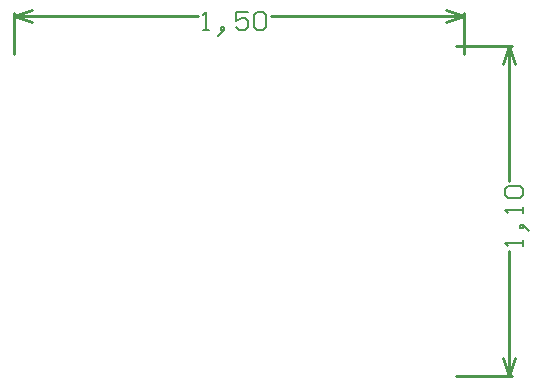
<source format=gm1>
G04 Layer_Color=16711935*
%FSLAX25Y25*%
%MOIN*%
G70*
G01*
G75*
%ADD20C,0.01000*%
%ADD51C,0.00600*%
D20*
X2263Y5000D02*
X21000D01*
X2263Y-105000D02*
X21000D01*
X20000Y-40003D02*
Y5000D01*
Y-105000D02*
Y-63197D01*
X18000Y-1000D02*
X20000Y5000D01*
X22000Y-1000D01*
X20000Y-105000D02*
X22000Y-99000D01*
X18000D02*
X20000Y-105000D01*
X5000Y2263D02*
Y16000D01*
X-145000Y2263D02*
Y16000D01*
X-59503Y15000D02*
X5000D01*
X-145000D02*
X-83697D01*
X-1000Y17000D02*
X5000Y15000D01*
X-1000Y13000D02*
X5000Y15000D01*
X-145000D02*
X-139000Y13000D01*
X-145000Y15000D02*
X-139000Y17000D01*
D51*
X24599Y-61597D02*
Y-59597D01*
Y-60597D01*
X18601D01*
X19600Y-61597D01*
X25598Y-55599D02*
X24599Y-54599D01*
X23599D01*
Y-55599D01*
X24599D01*
Y-54599D01*
X25598Y-55599D01*
X26598Y-56598D01*
X24599Y-50600D02*
Y-48601D01*
Y-49601D01*
X18601D01*
X19600Y-50600D01*
Y-45602D02*
X18601Y-44602D01*
Y-42603D01*
X19600Y-41603D01*
X23599D01*
X24599Y-42603D01*
Y-44602D01*
X23599Y-45602D01*
X19600D01*
X-82097Y10401D02*
X-80097D01*
X-81097D01*
Y16399D01*
X-82097Y15400D01*
X-76099Y9402D02*
X-75099Y10401D01*
Y11401D01*
X-76099D01*
Y10401D01*
X-75099D01*
X-76099Y9402D01*
X-77098Y8402D01*
X-67102Y16399D02*
X-71100D01*
Y13400D01*
X-69101Y14400D01*
X-68101D01*
X-67102Y13400D01*
Y11401D01*
X-68101Y10401D01*
X-70100D01*
X-71100Y11401D01*
X-65102Y15400D02*
X-64102Y16399D01*
X-62103D01*
X-61103Y15400D01*
Y11401D01*
X-62103Y10401D01*
X-64102D01*
X-65102Y11401D01*
Y15400D01*
M02*

</source>
